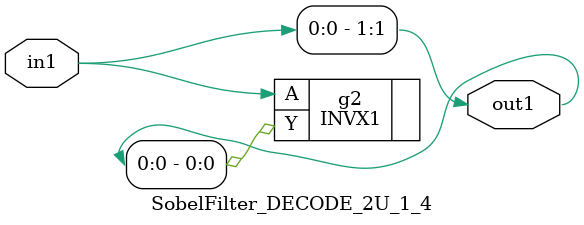
<source format=v>
`timescale 1ps / 1ps


module SobelFilter_DECODE_2U_1_4(in1, out1);
  input in1;
  output [1:0] out1;
  wire in1;
  wire [1:0] out1;
  assign out1[1] = in1;
  INVX1 g2(.A (in1), .Y (out1[0]));
endmodule



</source>
